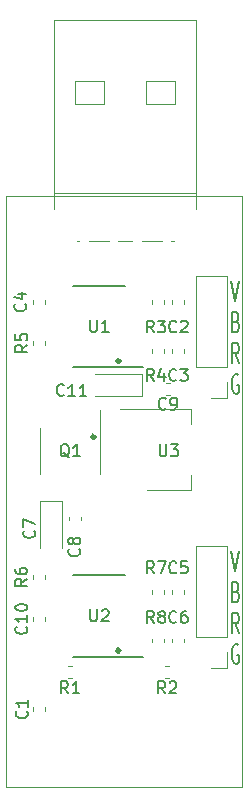
<source format=gbr>
G04 #@! TF.GenerationSoftware,KiCad,Pcbnew,(5.1.5)-3*
G04 #@! TF.CreationDate,2022-04-18T12:11:36+02:00*
G04 #@! TF.ProjectId,vkm,766b6d2e-6b69-4636-9164-5f7063625858,B*
G04 #@! TF.SameCoordinates,PX420a400PY707b2a8*
G04 #@! TF.FileFunction,Legend,Top*
G04 #@! TF.FilePolarity,Positive*
%FSLAX46Y46*%
G04 Gerber Fmt 4.6, Leading zero omitted, Abs format (unit mm)*
G04 Created by KiCad (PCBNEW (5.1.5)-3) date 2022-04-18 12:11:36*
%MOMM*%
%LPD*%
G04 APERTURE LIST*
%ADD10C,0.150000*%
%ADD11C,0.300000*%
%ADD12C,0.050000*%
%ADD13C,0.120000*%
%ADD14C,0.100000*%
G04 APERTURE END LIST*
D10*
X19064666Y19918870D02*
X19398000Y18267870D01*
X19731333Y19918870D01*
X19469428Y16506179D02*
X19612285Y16427560D01*
X19659904Y16348941D01*
X19707523Y16191703D01*
X19707523Y15955846D01*
X19659904Y15798608D01*
X19612285Y15719989D01*
X19517047Y15641370D01*
X19136095Y15641370D01*
X19136095Y17292370D01*
X19469428Y17292370D01*
X19564666Y17213750D01*
X19612285Y17135131D01*
X19659904Y16977893D01*
X19659904Y16820655D01*
X19612285Y16663417D01*
X19564666Y16584798D01*
X19469428Y16506179D01*
X19136095Y16506179D01*
X19707523Y13014870D02*
X19374190Y13801060D01*
X19136095Y13014870D02*
X19136095Y14665870D01*
X19517047Y14665870D01*
X19612285Y14587250D01*
X19659904Y14508631D01*
X19707523Y14351393D01*
X19707523Y14115536D01*
X19659904Y13958298D01*
X19612285Y13879679D01*
X19517047Y13801060D01*
X19136095Y13801060D01*
X19659904Y11960750D02*
X19564666Y12039370D01*
X19421809Y12039370D01*
X19278952Y11960750D01*
X19183714Y11803512D01*
X19136095Y11646274D01*
X19088476Y11331798D01*
X19088476Y11095941D01*
X19136095Y10781465D01*
X19183714Y10624227D01*
X19278952Y10466989D01*
X19421809Y10388370D01*
X19517047Y10388370D01*
X19659904Y10466989D01*
X19707523Y10545608D01*
X19707523Y11095941D01*
X19517047Y11095941D01*
X19064666Y42778870D02*
X19398000Y41127870D01*
X19731333Y42778870D01*
X19469428Y39366179D02*
X19612285Y39287560D01*
X19659904Y39208941D01*
X19707523Y39051703D01*
X19707523Y38815846D01*
X19659904Y38658608D01*
X19612285Y38579989D01*
X19517047Y38501370D01*
X19136095Y38501370D01*
X19136095Y40152370D01*
X19469428Y40152370D01*
X19564666Y40073750D01*
X19612285Y39995131D01*
X19659904Y39837893D01*
X19659904Y39680655D01*
X19612285Y39523417D01*
X19564666Y39444798D01*
X19469428Y39366179D01*
X19136095Y39366179D01*
X19707523Y35874870D02*
X19374190Y36661060D01*
X19136095Y35874870D02*
X19136095Y37525870D01*
X19517047Y37525870D01*
X19612285Y37447250D01*
X19659904Y37368631D01*
X19707523Y37211393D01*
X19707523Y36975536D01*
X19659904Y36818298D01*
X19612285Y36739679D01*
X19517047Y36661060D01*
X19136095Y36661060D01*
X19659904Y34820750D02*
X19564666Y34899370D01*
X19421809Y34899370D01*
X19278952Y34820750D01*
X19183714Y34663512D01*
X19136095Y34506274D01*
X19088476Y34191798D01*
X19088476Y33955941D01*
X19136095Y33641465D01*
X19183714Y33484227D01*
X19278952Y33326989D01*
X19421809Y33248370D01*
X19517047Y33248370D01*
X19659904Y33326989D01*
X19707523Y33405608D01*
X19707523Y33955941D01*
X19517047Y33955941D01*
D11*
X9633421Y11519000D02*
G75*
G03X9633421Y11519000I-141421J0D01*
G01*
X7512421Y29603000D02*
G75*
G03X7512421Y29603000I-141421J0D01*
G01*
X9633421Y36030000D02*
G75*
G03X9633421Y36030000I-141421J0D01*
G01*
D12*
X0Y0D02*
X20000000Y0D01*
X0Y50000000D02*
X0Y0D01*
X20000000Y50000000D02*
X0Y50000000D01*
X20000000Y0D02*
X20000000Y50000000D01*
D13*
X13458221Y10187500D02*
X13783779Y10187500D01*
X13458221Y9167500D02*
X13783779Y9167500D01*
X5563779Y9167500D02*
X5238221Y9167500D01*
X5563779Y10187500D02*
X5238221Y10187500D01*
D14*
X16078000Y50212000D02*
X4065000Y50212000D01*
X4065000Y64927000D02*
X4065000Y48912000D01*
X4065000Y64927000D02*
X16078000Y64927000D01*
X16078000Y64927000D02*
X16078000Y48906000D01*
X8303000Y59763000D02*
X5841000Y59763000D01*
X5841000Y59763000D02*
X5841000Y57763000D01*
X5841000Y57763000D02*
X8303000Y57763000D01*
X8303000Y59763000D02*
X8303000Y57763000D01*
X11840000Y59763000D02*
X14287000Y59763000D01*
X14287000Y59763000D02*
X14287000Y57763000D01*
X14287000Y57763000D02*
X11840000Y57763000D01*
X11840000Y59763000D02*
X11840000Y57763000D01*
X14188000Y46212000D02*
X13969000Y46212000D01*
X13173000Y46212000D02*
X11469000Y46212000D01*
X10672000Y46212000D02*
X9469000Y46212000D01*
X8672000Y46212000D02*
X6969000Y46212000D01*
X6173000Y46212000D02*
X5954000Y46212000D01*
D13*
X14061000Y12521779D02*
X14061000Y12196221D01*
X15081000Y12521779D02*
X15081000Y12196221D01*
X14061000Y16661779D02*
X14061000Y16336221D01*
X15081000Y16661779D02*
X15081000Y16336221D01*
X14061000Y37051779D02*
X14061000Y36726221D01*
X15081000Y37051779D02*
X15081000Y36726221D01*
X14061000Y41191779D02*
X14061000Y40866221D01*
X15081000Y41191779D02*
X15081000Y40866221D01*
X18696000Y32922000D02*
X17366000Y32922000D01*
X18696000Y34252000D02*
X18696000Y32922000D01*
X18696000Y35522000D02*
X16036000Y35522000D01*
X16036000Y35522000D02*
X16036000Y43202000D01*
X18696000Y35522000D02*
X18696000Y43202000D01*
X18696000Y43202000D02*
X16036000Y43202000D01*
D10*
X10096000Y17879000D02*
X5646000Y17879000D01*
X11621000Y10979000D02*
X5646000Y10979000D01*
X10096000Y42409000D02*
X5646000Y42409000D01*
X11621000Y35509000D02*
X5646000Y35509000D01*
D13*
X12361000Y12196221D02*
X12361000Y12521779D01*
X13381000Y12196221D02*
X13381000Y12521779D01*
X13381000Y16661779D02*
X13381000Y16336221D01*
X12361000Y16661779D02*
X12361000Y16336221D01*
X12361000Y36726221D02*
X12361000Y37051779D01*
X13381000Y36726221D02*
X13381000Y37051779D01*
X13381000Y41191779D02*
X13381000Y40866221D01*
X12361000Y41191779D02*
X12361000Y40866221D01*
X18696000Y10062000D02*
X17366000Y10062000D01*
X18696000Y11392000D02*
X18696000Y10062000D01*
X18696000Y12662000D02*
X16036000Y12662000D01*
X16036000Y12662000D02*
X16036000Y20342000D01*
X18696000Y12662000D02*
X18696000Y20342000D01*
X18696000Y20342000D02*
X16036000Y20342000D01*
X15660000Y25100000D02*
X15660000Y26360000D01*
X15660000Y31920000D02*
X15660000Y30660000D01*
X11900000Y25100000D02*
X15660000Y25100000D01*
X9650000Y31920000D02*
X15660000Y31920000D01*
X2251000Y17579221D02*
X2251000Y17904779D01*
X3271000Y17579221D02*
X3271000Y17904779D01*
X2251000Y37391221D02*
X2251000Y37716779D01*
X3271000Y37391221D02*
X3271000Y37716779D01*
X2843500Y28410000D02*
X2843500Y26460000D01*
X2843500Y28410000D02*
X2843500Y30360000D01*
X7963500Y28410000D02*
X7963500Y26460000D01*
X7963500Y28410000D02*
X7963500Y31860000D01*
X11468000Y34933000D02*
X7558000Y34933000D01*
X11468000Y33063000D02*
X11468000Y34933000D01*
X7558000Y33063000D02*
X11468000Y33063000D01*
X2251000Y14023221D02*
X2251000Y14348779D01*
X3271000Y14023221D02*
X3271000Y14348779D01*
X13558221Y33168000D02*
X13883779Y33168000D01*
X13558221Y34188000D02*
X13883779Y34188000D01*
X6319000Y22857779D02*
X6319000Y22532221D01*
X5299000Y22857779D02*
X5299000Y22532221D01*
X4688500Y20230000D02*
X4688500Y24140000D01*
X4688500Y24140000D02*
X2818500Y24140000D01*
X2818500Y24140000D02*
X2818500Y20230000D01*
X3271000Y41191779D02*
X3271000Y40866221D01*
X2251000Y41191779D02*
X2251000Y40866221D01*
X2251000Y6383221D02*
X2251000Y6708779D01*
X3271000Y6383221D02*
X3271000Y6708779D01*
D10*
X13452833Y7891620D02*
X13119500Y8367810D01*
X12881404Y7891620D02*
X12881404Y8891620D01*
X13262357Y8891620D01*
X13357595Y8844000D01*
X13405214Y8796381D01*
X13452833Y8701143D01*
X13452833Y8558286D01*
X13405214Y8463048D01*
X13357595Y8415429D01*
X13262357Y8367810D01*
X12881404Y8367810D01*
X13833785Y8796381D02*
X13881404Y8844000D01*
X13976642Y8891620D01*
X14214738Y8891620D01*
X14309976Y8844000D01*
X14357595Y8796381D01*
X14405214Y8701143D01*
X14405214Y8605905D01*
X14357595Y8463048D01*
X13786166Y7891620D01*
X14405214Y7891620D01*
X5234333Y7891620D02*
X4901000Y8367810D01*
X4662904Y7891620D02*
X4662904Y8891620D01*
X5043857Y8891620D01*
X5139095Y8844000D01*
X5186714Y8796381D01*
X5234333Y8701143D01*
X5234333Y8558286D01*
X5186714Y8463048D01*
X5139095Y8415429D01*
X5043857Y8367810D01*
X4662904Y8367810D01*
X6186714Y7891620D02*
X5615285Y7891620D01*
X5901000Y7891620D02*
X5901000Y8891620D01*
X5805761Y8748762D01*
X5710523Y8653524D01*
X5615285Y8605905D01*
X14404333Y13955858D02*
X14356714Y13908239D01*
X14213857Y13860620D01*
X14118619Y13860620D01*
X13975761Y13908239D01*
X13880523Y14003477D01*
X13832904Y14098715D01*
X13785285Y14289191D01*
X13785285Y14432048D01*
X13832904Y14622524D01*
X13880523Y14717762D01*
X13975761Y14813000D01*
X14118619Y14860620D01*
X14213857Y14860620D01*
X14356714Y14813000D01*
X14404333Y14765381D01*
X15261476Y14860620D02*
X15071000Y14860620D01*
X14975761Y14813000D01*
X14928142Y14765381D01*
X14832904Y14622524D01*
X14785285Y14432048D01*
X14785285Y14051096D01*
X14832904Y13955858D01*
X14880523Y13908239D01*
X14975761Y13860620D01*
X15166238Y13860620D01*
X15261476Y13908239D01*
X15309095Y13955858D01*
X15356714Y14051096D01*
X15356714Y14289191D01*
X15309095Y14384429D01*
X15261476Y14432048D01*
X15166238Y14479667D01*
X14975761Y14479667D01*
X14880523Y14432048D01*
X14832904Y14384429D01*
X14785285Y14289191D01*
X14404333Y18146858D02*
X14356714Y18099239D01*
X14213857Y18051620D01*
X14118619Y18051620D01*
X13975761Y18099239D01*
X13880523Y18194477D01*
X13832904Y18289715D01*
X13785285Y18480191D01*
X13785285Y18623048D01*
X13832904Y18813524D01*
X13880523Y18908762D01*
X13975761Y19004000D01*
X14118619Y19051620D01*
X14213857Y19051620D01*
X14356714Y19004000D01*
X14404333Y18956381D01*
X15309095Y19051620D02*
X14832904Y19051620D01*
X14785285Y18575429D01*
X14832904Y18623048D01*
X14928142Y18670667D01*
X15166238Y18670667D01*
X15261476Y18623048D01*
X15309095Y18575429D01*
X15356714Y18480191D01*
X15356714Y18242096D01*
X15309095Y18146858D01*
X15261476Y18099239D01*
X15166238Y18051620D01*
X14928142Y18051620D01*
X14832904Y18099239D01*
X14785285Y18146858D01*
X14404333Y34445858D02*
X14356714Y34398239D01*
X14213857Y34350620D01*
X14118619Y34350620D01*
X13975761Y34398239D01*
X13880523Y34493477D01*
X13832904Y34588715D01*
X13785285Y34779191D01*
X13785285Y34922048D01*
X13832904Y35112524D01*
X13880523Y35207762D01*
X13975761Y35303000D01*
X14118619Y35350620D01*
X14213857Y35350620D01*
X14356714Y35303000D01*
X14404333Y35255381D01*
X14737666Y35350620D02*
X15356714Y35350620D01*
X15023380Y34969667D01*
X15166238Y34969667D01*
X15261476Y34922048D01*
X15309095Y34874429D01*
X15356714Y34779191D01*
X15356714Y34541096D01*
X15309095Y34445858D01*
X15261476Y34398239D01*
X15166238Y34350620D01*
X14880523Y34350620D01*
X14785285Y34398239D01*
X14737666Y34445858D01*
X14404333Y38545858D02*
X14356714Y38498239D01*
X14213857Y38450620D01*
X14118619Y38450620D01*
X13975761Y38498239D01*
X13880523Y38593477D01*
X13832904Y38688715D01*
X13785285Y38879191D01*
X13785285Y39022048D01*
X13832904Y39212524D01*
X13880523Y39307762D01*
X13975761Y39403000D01*
X14118619Y39450620D01*
X14213857Y39450620D01*
X14356714Y39403000D01*
X14404333Y39355381D01*
X14785285Y39355381D02*
X14832904Y39403000D01*
X14928142Y39450620D01*
X15166238Y39450620D01*
X15261476Y39403000D01*
X15309095Y39355381D01*
X15356714Y39260143D01*
X15356714Y39164905D01*
X15309095Y39022048D01*
X14737666Y38450620D01*
X15356714Y38450620D01*
X7109095Y14987620D02*
X7109095Y14178096D01*
X7156714Y14082858D01*
X7204333Y14035239D01*
X7299571Y13987620D01*
X7490047Y13987620D01*
X7585285Y14035239D01*
X7632904Y14082858D01*
X7680523Y14178096D01*
X7680523Y14987620D01*
X8109095Y14892381D02*
X8156714Y14940000D01*
X8251952Y14987620D01*
X8490047Y14987620D01*
X8585285Y14940000D01*
X8632904Y14892381D01*
X8680523Y14797143D01*
X8680523Y14701905D01*
X8632904Y14559048D01*
X8061476Y13987620D01*
X8680523Y13987620D01*
X7109095Y39498620D02*
X7109095Y38689096D01*
X7156714Y38593858D01*
X7204333Y38546239D01*
X7299571Y38498620D01*
X7490047Y38498620D01*
X7585285Y38546239D01*
X7632904Y38593858D01*
X7680523Y38689096D01*
X7680523Y39498620D01*
X8680523Y38498620D02*
X8109095Y38498620D01*
X8394809Y38498620D02*
X8394809Y39498620D01*
X8299571Y39355762D01*
X8204333Y39260524D01*
X8109095Y39212905D01*
X12504333Y13860620D02*
X12171000Y14336810D01*
X11932904Y13860620D02*
X11932904Y14860620D01*
X12313857Y14860620D01*
X12409095Y14813000D01*
X12456714Y14765381D01*
X12504333Y14670143D01*
X12504333Y14527286D01*
X12456714Y14432048D01*
X12409095Y14384429D01*
X12313857Y14336810D01*
X11932904Y14336810D01*
X13075761Y14432048D02*
X12980523Y14479667D01*
X12932904Y14527286D01*
X12885285Y14622524D01*
X12885285Y14670143D01*
X12932904Y14765381D01*
X12980523Y14813000D01*
X13075761Y14860620D01*
X13266238Y14860620D01*
X13361476Y14813000D01*
X13409095Y14765381D01*
X13456714Y14670143D01*
X13456714Y14622524D01*
X13409095Y14527286D01*
X13361476Y14479667D01*
X13266238Y14432048D01*
X13075761Y14432048D01*
X12980523Y14384429D01*
X12932904Y14336810D01*
X12885285Y14241572D01*
X12885285Y14051096D01*
X12932904Y13955858D01*
X12980523Y13908239D01*
X13075761Y13860620D01*
X13266238Y13860620D01*
X13361476Y13908239D01*
X13409095Y13955858D01*
X13456714Y14051096D01*
X13456714Y14241572D01*
X13409095Y14336810D01*
X13361476Y14384429D01*
X13266238Y14432048D01*
X12504333Y18051620D02*
X12171000Y18527810D01*
X11932904Y18051620D02*
X11932904Y19051620D01*
X12313857Y19051620D01*
X12409095Y19004000D01*
X12456714Y18956381D01*
X12504333Y18861143D01*
X12504333Y18718286D01*
X12456714Y18623048D01*
X12409095Y18575429D01*
X12313857Y18527810D01*
X11932904Y18527810D01*
X12837666Y19051620D02*
X13504333Y19051620D01*
X13075761Y18051620D01*
X12504333Y34350620D02*
X12171000Y34826810D01*
X11932904Y34350620D02*
X11932904Y35350620D01*
X12313857Y35350620D01*
X12409095Y35303000D01*
X12456714Y35255381D01*
X12504333Y35160143D01*
X12504333Y35017286D01*
X12456714Y34922048D01*
X12409095Y34874429D01*
X12313857Y34826810D01*
X11932904Y34826810D01*
X13361476Y35017286D02*
X13361476Y34350620D01*
X13123380Y35398239D02*
X12885285Y34683953D01*
X13504333Y34683953D01*
X12504333Y38450620D02*
X12171000Y38926810D01*
X11932904Y38450620D02*
X11932904Y39450620D01*
X12313857Y39450620D01*
X12409095Y39403000D01*
X12456714Y39355381D01*
X12504333Y39260143D01*
X12504333Y39117286D01*
X12456714Y39022048D01*
X12409095Y38974429D01*
X12313857Y38926810D01*
X11932904Y38926810D01*
X12837666Y39450620D02*
X13456714Y39450620D01*
X13123380Y39069667D01*
X13266238Y39069667D01*
X13361476Y39022048D01*
X13409095Y38974429D01*
X13456714Y38879191D01*
X13456714Y38641096D01*
X13409095Y38545858D01*
X13361476Y38498239D01*
X13266238Y38450620D01*
X12980523Y38450620D01*
X12885285Y38498239D01*
X12837666Y38545858D01*
X12988095Y28957620D02*
X12988095Y28148096D01*
X13035714Y28052858D01*
X13083333Y28005239D01*
X13178571Y27957620D01*
X13369047Y27957620D01*
X13464285Y28005239D01*
X13511904Y28052858D01*
X13559523Y28148096D01*
X13559523Y28957620D01*
X13940476Y28957620D02*
X14559523Y28957620D01*
X14226190Y28576667D01*
X14369047Y28576667D01*
X14464285Y28529048D01*
X14511904Y28481429D01*
X14559523Y28386191D01*
X14559523Y28148096D01*
X14511904Y28052858D01*
X14464285Y28005239D01*
X14369047Y27957620D01*
X14083333Y27957620D01*
X13988095Y28005239D01*
X13940476Y28052858D01*
X1743380Y17575334D02*
X1267190Y17242000D01*
X1743380Y17003905D02*
X743380Y17003905D01*
X743380Y17384858D01*
X791000Y17480096D01*
X838619Y17527715D01*
X933857Y17575334D01*
X1076714Y17575334D01*
X1171952Y17527715D01*
X1219571Y17480096D01*
X1267190Y17384858D01*
X1267190Y17003905D01*
X743380Y18432477D02*
X743380Y18242000D01*
X791000Y18146762D01*
X838619Y18099143D01*
X981476Y18003905D01*
X1171952Y17956286D01*
X1552904Y17956286D01*
X1648142Y18003905D01*
X1695761Y18051524D01*
X1743380Y18146762D01*
X1743380Y18337239D01*
X1695761Y18432477D01*
X1648142Y18480096D01*
X1552904Y18527715D01*
X1314809Y18527715D01*
X1219571Y18480096D01*
X1171952Y18432477D01*
X1124333Y18337239D01*
X1124333Y18146762D01*
X1171952Y18051524D01*
X1219571Y18003905D01*
X1314809Y17956286D01*
X1783380Y37387334D02*
X1307190Y37054000D01*
X1783380Y36815905D02*
X783380Y36815905D01*
X783380Y37196858D01*
X831000Y37292096D01*
X878619Y37339715D01*
X973857Y37387334D01*
X1116714Y37387334D01*
X1211952Y37339715D01*
X1259571Y37292096D01*
X1307190Y37196858D01*
X1307190Y36815905D01*
X783380Y38292096D02*
X783380Y37815905D01*
X1259571Y37768286D01*
X1211952Y37815905D01*
X1164333Y37911143D01*
X1164333Y38149239D01*
X1211952Y38244477D01*
X1259571Y38292096D01*
X1354809Y38339715D01*
X1592904Y38339715D01*
X1688142Y38292096D01*
X1735761Y38244477D01*
X1783380Y38149239D01*
X1783380Y37911143D01*
X1735761Y37815905D01*
X1688142Y37768286D01*
X5332761Y27862381D02*
X5237523Y27910000D01*
X5142285Y28005239D01*
X4999428Y28148096D01*
X4904190Y28195715D01*
X4808952Y28195715D01*
X4856571Y27957620D02*
X4761333Y28005239D01*
X4666095Y28100477D01*
X4618476Y28290953D01*
X4618476Y28624286D01*
X4666095Y28814762D01*
X4761333Y28910000D01*
X4856571Y28957620D01*
X5047047Y28957620D01*
X5142285Y28910000D01*
X5237523Y28814762D01*
X5285142Y28624286D01*
X5285142Y28290953D01*
X5237523Y28100477D01*
X5142285Y28005239D01*
X5047047Y27957620D01*
X4856571Y27957620D01*
X6237523Y27957620D02*
X5666095Y27957620D01*
X5951809Y27957620D02*
X5951809Y28957620D01*
X5856571Y28814762D01*
X5761333Y28719524D01*
X5666095Y28671905D01*
X4879142Y33156358D02*
X4831523Y33108739D01*
X4688666Y33061120D01*
X4593428Y33061120D01*
X4450571Y33108739D01*
X4355333Y33203977D01*
X4307714Y33299215D01*
X4260095Y33489691D01*
X4260095Y33632548D01*
X4307714Y33823024D01*
X4355333Y33918262D01*
X4450571Y34013500D01*
X4593428Y34061120D01*
X4688666Y34061120D01*
X4831523Y34013500D01*
X4879142Y33965881D01*
X5831523Y33061120D02*
X5260095Y33061120D01*
X5545809Y33061120D02*
X5545809Y34061120D01*
X5450571Y33918262D01*
X5355333Y33823024D01*
X5260095Y33775405D01*
X6783904Y33061120D02*
X6212476Y33061120D01*
X6498190Y33061120D02*
X6498190Y34061120D01*
X6402952Y33918262D01*
X6307714Y33823024D01*
X6212476Y33775405D01*
X1688142Y13543143D02*
X1735761Y13495524D01*
X1783380Y13352667D01*
X1783380Y13257429D01*
X1735761Y13114572D01*
X1640523Y13019334D01*
X1545285Y12971715D01*
X1354809Y12924096D01*
X1211952Y12924096D01*
X1021476Y12971715D01*
X926238Y13019334D01*
X831000Y13114572D01*
X783380Y13257429D01*
X783380Y13352667D01*
X831000Y13495524D01*
X878619Y13543143D01*
X1783380Y14495524D02*
X1783380Y13924096D01*
X1783380Y14209810D02*
X783380Y14209810D01*
X926238Y14114572D01*
X1021476Y14019334D01*
X1069095Y13924096D01*
X783380Y15114572D02*
X783380Y15209810D01*
X831000Y15305048D01*
X878619Y15352667D01*
X973857Y15400286D01*
X1164333Y15447905D01*
X1402428Y15447905D01*
X1592904Y15400286D01*
X1688142Y15352667D01*
X1735761Y15305048D01*
X1783380Y15209810D01*
X1783380Y15114572D01*
X1735761Y15019334D01*
X1688142Y14971715D01*
X1592904Y14924096D01*
X1402428Y14876477D01*
X1164333Y14876477D01*
X973857Y14924096D01*
X878619Y14971715D01*
X831000Y15019334D01*
X783380Y15114572D01*
X13516333Y32008358D02*
X13468714Y31960739D01*
X13325857Y31913120D01*
X13230619Y31913120D01*
X13087761Y31960739D01*
X12992523Y32055977D01*
X12944904Y32151215D01*
X12897285Y32341691D01*
X12897285Y32484548D01*
X12944904Y32675024D01*
X12992523Y32770262D01*
X13087761Y32865500D01*
X13230619Y32913120D01*
X13325857Y32913120D01*
X13468714Y32865500D01*
X13516333Y32817881D01*
X13992523Y31913120D02*
X14183000Y31913120D01*
X14278238Y31960739D01*
X14325857Y32008358D01*
X14421095Y32151215D01*
X14468714Y32341691D01*
X14468714Y32722643D01*
X14421095Y32817881D01*
X14373476Y32865500D01*
X14278238Y32913120D01*
X14087761Y32913120D01*
X13992523Y32865500D01*
X13944904Y32817881D01*
X13897285Y32722643D01*
X13897285Y32484548D01*
X13944904Y32389310D01*
X13992523Y32341691D01*
X14087761Y32294072D01*
X14278238Y32294072D01*
X14373476Y32341691D01*
X14421095Y32389310D01*
X14468714Y32484548D01*
X6166142Y20115334D02*
X6213761Y20067715D01*
X6261380Y19924858D01*
X6261380Y19829620D01*
X6213761Y19686762D01*
X6118523Y19591524D01*
X6023285Y19543905D01*
X5832809Y19496286D01*
X5689952Y19496286D01*
X5499476Y19543905D01*
X5404238Y19591524D01*
X5309000Y19686762D01*
X5261380Y19829620D01*
X5261380Y19924858D01*
X5309000Y20067715D01*
X5356619Y20115334D01*
X5689952Y20686762D02*
X5642333Y20591524D01*
X5594714Y20543905D01*
X5499476Y20496286D01*
X5451857Y20496286D01*
X5356619Y20543905D01*
X5309000Y20591524D01*
X5261380Y20686762D01*
X5261380Y20877239D01*
X5309000Y20972477D01*
X5356619Y21020096D01*
X5451857Y21067715D01*
X5499476Y21067715D01*
X5594714Y21020096D01*
X5642333Y20972477D01*
X5689952Y20877239D01*
X5689952Y20686762D01*
X5737571Y20591524D01*
X5785190Y20543905D01*
X5880428Y20496286D01*
X6070904Y20496286D01*
X6166142Y20543905D01*
X6213761Y20591524D01*
X6261380Y20686762D01*
X6261380Y20877239D01*
X6213761Y20972477D01*
X6166142Y21020096D01*
X6070904Y21067715D01*
X5880428Y21067715D01*
X5785190Y21020096D01*
X5737571Y20972477D01*
X5689952Y20877239D01*
X2356142Y21663334D02*
X2403761Y21615715D01*
X2451380Y21472858D01*
X2451380Y21377620D01*
X2403761Y21234762D01*
X2308523Y21139524D01*
X2213285Y21091905D01*
X2022809Y21044286D01*
X1879952Y21044286D01*
X1689476Y21091905D01*
X1594238Y21139524D01*
X1499000Y21234762D01*
X1451380Y21377620D01*
X1451380Y21472858D01*
X1499000Y21615715D01*
X1546619Y21663334D01*
X1451380Y21996667D02*
X1451380Y22663334D01*
X2451380Y22234762D01*
X1594142Y40862334D02*
X1641761Y40814715D01*
X1689380Y40671858D01*
X1689380Y40576620D01*
X1641761Y40433762D01*
X1546523Y40338524D01*
X1451285Y40290905D01*
X1260809Y40243286D01*
X1117952Y40243286D01*
X927476Y40290905D01*
X832238Y40338524D01*
X737000Y40433762D01*
X689380Y40576620D01*
X689380Y40671858D01*
X737000Y40814715D01*
X784619Y40862334D01*
X1022714Y41719477D02*
X1689380Y41719477D01*
X641761Y41481381D02*
X1356047Y41243286D01*
X1356047Y41862334D01*
X1721142Y6379334D02*
X1768761Y6331715D01*
X1816380Y6188858D01*
X1816380Y6093620D01*
X1768761Y5950762D01*
X1673523Y5855524D01*
X1578285Y5807905D01*
X1387809Y5760286D01*
X1244952Y5760286D01*
X1054476Y5807905D01*
X959238Y5855524D01*
X864000Y5950762D01*
X816380Y6093620D01*
X816380Y6188858D01*
X864000Y6331715D01*
X911619Y6379334D01*
X1816380Y7331715D02*
X1816380Y6760286D01*
X1816380Y7046000D02*
X816380Y7046000D01*
X959238Y6950762D01*
X1054476Y6855524D01*
X1102095Y6760286D01*
M02*

</source>
